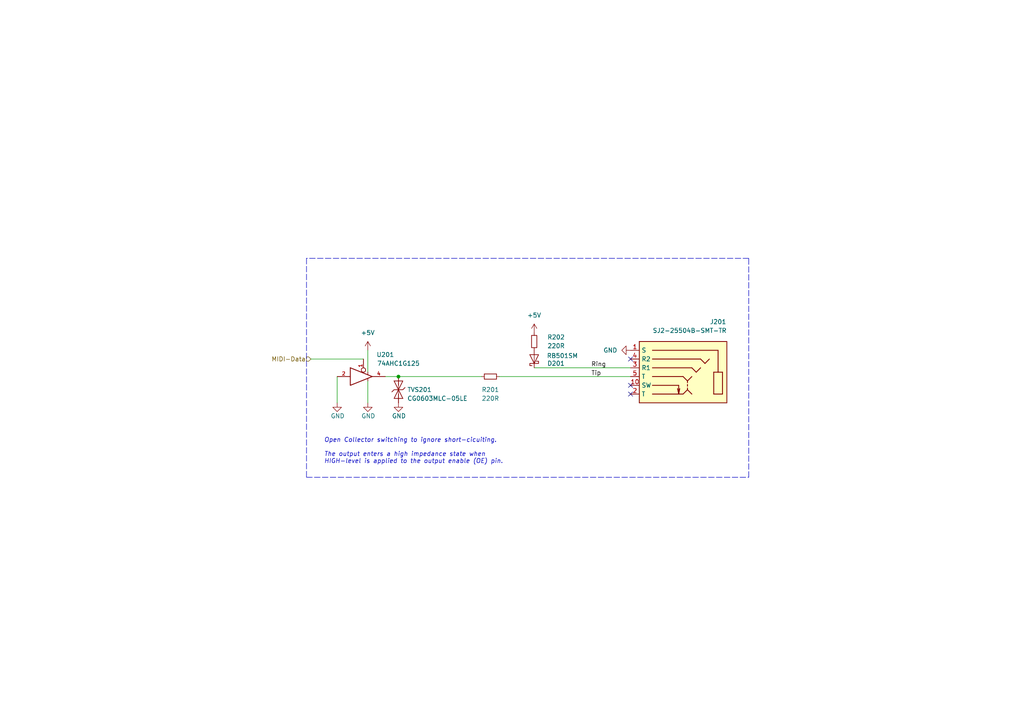
<source format=kicad_sch>
(kicad_sch (version 20230121) (generator eeschema)
  (paper "A4")
  (title_block (title "MIDI Out") (date "2024-01-03") (rev "1"))
  (lib_symbols
    (symbol "Device:R_Small" (pin_numbers hide) (pin_names (offset 0.254) hide)
      (property "Reference" "R" (at 0.762 0.508 0))
      (property "Value" "R_Small" (at 0.762 -1.016 0))
      (symbol "R_Small_0_1"
        (rectangle (start -0.762 1.778) (end 0.762 -1.778) (stroke (width 0.2032)))
      )
      (symbol "R_Small_1_1"
        (pin passive line (at 0 2.54 270) (length 0.762) (name "~") (number "1"))
        (pin passive line (at 0 -2.54 90) (length 0.762) (name "~") (number "2"))
      )
    )
    (symbol "V2_74xGxx:74AHC1G125" (pin_names (offset 1.016))
      (property "Reference" "U" (at -8.89 -3.81 0))
      (property "Value" "74AHC1G125" (at -3.81 -6.35 0))
      (symbol "74AHC1G125_0_1"
        (polyline (pts (xy -3.81 2.54) (xy -3.81 -2.54) (xy 2.54 0) (xy -3.81 2.54)) (stroke (width 0.254)))
      )
      (symbol "74AHC1G125_1_1"
        (pin input inverted (at 0 5.08 270) (length 3.81) (name "") (number "1"))
        (pin input line (at -7.62 0 0) (length 3.81) (name "") (number "2"))
        (pin power_in line (at 1.27 -1.27 90) (length 0.635) (name "") (number "3"))
        (pin tri_state line (at 6.35 0 180) (length 3.81) (name "") (number "4"))
        (pin power_in line (at 1.27 1.27 270) (length 0.635) (name "") (number "5"))
      )
    )
    (symbol "V2_Connector_Audio:SJ2-25504B-SMT-TR" (pin_names (offset 0.635))
      (property "Reference" "J" (at -12.4714 13.2334 0))
      (property "Value" "SJ2-25504B-SMT-TR" (at -12.7254 10.7696 0))
      (symbol "SJ2-25504B-SMT-TR_0_0"
        (rectangle (start -12.7 8.89) (end 12.7 -8.89) (stroke (width 0.254)) (fill (type background)))
        (polyline (pts (xy -8.89 -6.35) (xy -1.27 -6.35)) (stroke (width 0.254)))
        (polyline (pts (xy -8.89 -1.27) (xy 0 -1.27)) (stroke (width 0.254)))
        (polyline (pts (xy -8.89 3.81) (xy 5.08 3.81)) (stroke (width 0.254)))
        (polyline (pts (xy -1.27 -6.35) (xy -1.6002 -4.7752)) (stroke (width 0.254)))
        (polyline (pts (xy -1.27 -6.35) (xy -1.27 -3.81)) (stroke (width 0.254)))
        (polyline (pts (xy -1.27 -6.35) (xy -0.9652 -4.7752)) (stroke (width 0.254)))
        (polyline (pts (xy -1.27 -3.81) (xy -8.89 -3.81)) (stroke (width 0.254)))
        (polyline (pts (xy 0 -6.35) (xy -1.27 -6.35)) (stroke (width 0.254)))
        (polyline (pts (xy 0 -1.27) (xy 1.27 -2.54)) (stroke (width 0.254)))
        (polyline (pts (xy 1.27 -5.08) (xy 0 -6.35)) (stroke (width 0.254)))
        (polyline (pts (xy 1.27 -4.572) (xy 1.27 -5.08)) (stroke (width 0.254)))
        (polyline (pts (xy 1.27 -4.064) (xy 1.27 -3.556)) (stroke (width 0.254)))
        (polyline (pts (xy 1.27 -2.54) (xy 1.27 -3.048)) (stroke (width 0.254)))
        (polyline (pts (xy 1.27 -2.54) (xy 2.54 -1.27)) (stroke (width 0.254)))
        (polyline (pts (xy 2.54 -6.35) (xy 1.27 -5.08)) (stroke (width 0.254)))
        (polyline (pts (xy 2.54 1.27) (xy -8.89 1.27)) (stroke (width 0.254)))
        (polyline (pts (xy 2.54 1.27) (xy 3.81 0)) (stroke (width 0.254)))
        (polyline (pts (xy 3.81 0) (xy 5.08 1.27)) (stroke (width 0.254)))
        (polyline (pts (xy 6.35 2.54) (xy 5.08 3.81)) (stroke (width 0.254)))
        (polyline (pts (xy 7.62 3.81) (xy 6.35 2.54)) (stroke (width 0.254)))
        (polyline (pts (xy 8.89 -6.35) (xy 11.43 -6.35)) (stroke (width 0.254)))
        (polyline (pts (xy 8.89 0) (xy 8.89 -6.35)) (stroke (width 0.254)))
        (polyline (pts (xy 10.16 0) (xy 8.89 0)) (stroke (width 0.254)))
        (polyline (pts (xy 10.16 0) (xy 10.16 6.35)) (stroke (width 0.254)))
        (polyline (pts (xy 10.16 6.35) (xy -8.89 6.35)) (stroke (width 0.254)))
        (polyline (pts (xy 11.43 -6.35) (xy 11.43 0)) (stroke (width 0.254)))
        (polyline (pts (xy 11.43 0) (xy 10.16 0)) (stroke (width 0.254)))
        (pin passive line (at -15.24 6.35 0) (length 2.54) (name "S") (number "1"))
        (pin passive line (at -15.24 -3.81 0) (length 2.54) (name "SW") (number "10"))
        (pin passive line (at -15.24 -6.35 0) (length 2.54) (name "T") (number "2"))
        (pin passive line (at -15.24 1.27 0) (length 2.54) (name "R1") (number "3"))
        (pin passive line (at -15.24 3.81 0) (length 2.54) (name "R2") (number "4"))
        (pin passive line (at -15.24 -1.27 0) (length 2.54) (name "T") (number "5"))
      )
    )
    (symbol "V2_Diode:CG0603MLC-05LE" (pin_numbers hide) (pin_names hide)
      (property "Reference" "TVS" (at -1.27 3.81 0))
      (property "Value" "CG0603MLC-05LE" (at 0 -3.81 0))
      (symbol "CG0603MLC-05LE_0_1"
        (polyline (pts (xy 1.27 0) (xy -1.27 0)))
        (polyline (pts (xy -2.54 -1.27) (xy -2.54 1.27) (xy 0 0) (xy -2.54 -1.27)) (stroke (width 0.2032)))
        (polyline (pts (xy 2.54 1.27) (xy 2.54 -1.27) (xy 0 0) (xy 2.54 1.27)) (stroke (width 0.2032)))
        (polyline (pts (xy 0 1.27) (xy -0.635 1.905) (xy 0 1.27) (xy 0 -1.27) (xy 0.635 -1.905) (xy 0 -1.27)) (stroke (width 0.2032)))
      )
      (symbol "CG0603MLC-05LE_1_1"
        (pin passive line (at -3.81 0 0) (length 2.54) (name "K") (number "1"))
        (pin passive line (at 3.81 0 180) (length 2.54) (name "A") (number "2"))
      )
    )
    (symbol "V2_Diode:RB501SM" (pin_numbers hide) (pin_names hide)
      (property "Reference" "D" (at 0 2.54 0))
      (property "Value" "RB501SM" (at 0 -3.81 0))
      (symbol "RB501SM_0_1"
        (polyline (pts (xy 1.27 0) (xy -1.27 0)))
        (polyline (pts (xy 1.27 1.27) (xy 1.27 -1.27) (xy -1.27 0) (xy 1.27 1.27)) (stroke (width 0.2032)))
        (polyline (pts (xy -1.905 0.635) (xy -1.905 1.27) (xy -1.27 1.27) (xy -1.27 -1.27) (xy -0.635 -1.27) (xy -0.635 -0.635)) (stroke (width 0.2032)))
      )
      (symbol "RB501SM_1_1"
        (pin passive line (at -2.54 0 0) (length 1.27) (name "K") (number "1"))
        (pin passive line (at 2.54 0 180) (length 1.27) (name "A") (number "2"))
      )
    )
    (symbol "power:+5V" (power) (pin_names (offset 0))
      (property "Value" "+5V" (at 0 3.556 0))
      (symbol "+5V_0_1"
        (polyline (pts (xy -0.762 1.27) (xy 0 2.54)))
        (polyline (pts (xy 0 0) (xy 0 2.54)))
        (polyline (pts (xy 0 2.54) (xy 0.762 1.27)))
      )
      (symbol "+5V_1_1"
        (pin power_in line (at 0 0 90) (length 0) hide (name "+5V") (number "1"))
      )
    )
    (symbol "power:GND" (power) (pin_names (offset 0))
      (property "Value" "GND" (at 0 -3.81 0))
      (symbol "GND_0_1"
        (polyline (pts (xy 0 0) (xy 0 -1.27) (xy 1.27 -1.27) (xy 0 -2.54) (xy -1.27 -1.27) (xy 0 -1.27)))
      )
      (symbol "GND_1_1"
        (pin power_in line (at 0 0 270) (length 0) hide (name "GND") (number "1"))
      )
    )
  )
  (junction (at 115.57 109.22))
  (no_connect (at 182.88 111.76))
  (no_connect (at 182.88 104.14))
  (no_connect (at 182.88 114.3))
  (wire (pts (xy 90.17 104.14) (xy 105.41 104.14)))
  (wire (pts (xy 154.94 106.68) (xy 182.88 106.68)))
  (polyline (pts (xy 217.17 74.93) (xy 88.9 74.93)) (stroke (width 0) (type dash)))
  (wire (pts (xy 111.76 109.22) (xy 115.57 109.22)))
  (wire (pts (xy 115.57 109.22) (xy 139.7 109.22)))
  (wire (pts (xy 97.79 109.22) (xy 97.79 116.84)))
  (wire (pts (xy 106.68 110.49) (xy 106.68 116.84)))
  (wire (pts (xy 106.68 101.6) (xy 106.68 107.95)))
  (wire (pts (xy 144.78 109.22) (xy 182.88 109.22)))
  (polyline (pts (xy 217.17 138.43) (xy 217.17 74.93)) (stroke (width 0) (type dash)))
  (polyline (pts (xy 88.9 138.43) (xy 217.17 138.43)) (stroke (width 0) (type dash)))
  (polyline (pts (xy 88.9 74.93) (xy 88.9 138.43)) (stroke (width 0) (type dash)))
  (text "﻿Open Collector switching to ignore short-cicuiting.\n\nThe output enters a high impedance state when \nHIGH-level is applied to the output enable (OE) pin." (at 93.98 134.62 0) (effects (font (size 1.27 1.27) italic) (justify left bottom)))
  (label "Ring" (at 171.45 106.68 0))
  (label "Tip" (at 171.45 109.22 0))
  (hierarchical_label "MIDI-Data" (shape input) (at 90.17 104.14 180))
  (symbol (lib_id "power:GND") (at 97.79 116.84 0) (unit 1)
    (property "Reference" "#PWR0203" (effects hide))
    (property "Value" "GND" (at 95.885 120.6499 0) (effects (justify left)))
  )
  (symbol (lib_id "power:GND") (at 115.57 116.84 0) (unit 1)
    (property "Reference" "#PWR0201" (effects hide))
    (property "Value" "GND" (at 113.665 120.6499 0) (effects (justify left)))
  )
  (symbol (lib_id "Device:R_Small") (at 142.24 109.22 90) (unit 1)
    (property "Reference" "R201" (at 142.24 113.03 90))
    (property "Value" "220R" (at 142.24 115.57 90))
    (property "Footprint" "Resistor_SMD:R_0603_1608Metric" (effects hide))
  )
  (symbol (lib_id "power:+5V") (at 106.68 101.6 0) (unit 1)
    (property "Reference" "#PWR0206" (effects hide))
    (property "Value" "+5V" (at 106.68 96.52 0))
  )
  (symbol (lib_id "Device:R_Small") (at 154.94 99.06 180) (unit 1)
    (property "Reference" "R202" (at 161.29 97.79 0))
    (property "Value" "220R" (at 161.29 100.33 0))
    (property "Footprint" "Resistor_SMD:R_0603_1608Metric" (effects hide))
  )
  (symbol (lib_id "power:GND") (at 182.88 101.6 270) (unit 1)
    (property "Reference" "#PWR0202" (effects hide))
    (property "Value" "GND" (at 179.07 101.6 90) (effects (justify right)))
  )
  (symbol (lib_id "power:GND") (at 106.68 116.84 0) (unit 1)
    (property "Reference" "#PWR0205" (effects hide))
    (property "Value" "GND" (at 104.775 120.6499 0) (effects (justify left)))
  )
  (symbol (lib_id "V2_Diode:RB501SM") (at 154.94 104.14 90) (unit 1)
    (property "Reference" "D201" (at 163.83 105.41 90) (effects (justify left)))
    (property "Value" "RB501SM" (at 167.64 103.1876 90) (effects (justify left)))
    (property "Footprint" "Diode_SMD:D_SOD-523" (effects hide))
  )
  (symbol (lib_id "V2_74xGxx:74AHC1G125") (at 105.41 109.22 0) (unit 1)
    (property "Reference" "U201" (at 111.76 102.87 0))
    (property "Value" "74AHC1G125" (at 115.57 105.41 0))
    (property "Footprint" "Package_TO_SOT_SMD:SOT-23-5" (effects hide))
    (property "Datasheet" "http://www.ti.com/lit/sg/scyt129e/scyt129e.pdf" (effects hide))
  )
  (symbol (lib_id "V2_Connector_Audio:SJ2-25504B-SMT-TR") (at 198.12 107.95 0) (unit 1)
    (property "Reference" "J201" (at 208.28 93.345 0))
    (property "Value" "SJ2-25504B-SMT-TR" (at 200.025 95.885 0))
    (property "Footprint" "V2_Connector_Audio:CUI_SJ2-25504B-SMT-TR" (effects hide))
    (property "Sim.Enable" "0" (effects hide))
  )
  (symbol (lib_id "power:+5V") (at 154.94 96.52 0) (unit 1)
    (property "Reference" "#PWR0207" (effects hide))
    (property "Value" "+5V" (at 154.94 91.44 0))
  )
  (symbol (lib_id "V2_Diode:CG0603MLC-05LE") (at 115.57 113.03 90) (unit 1)
    (property "Reference" "TVS201" (at 118.11 113.03 90) (effects (justify right)))
    (property "Value" "CG0603MLC-05LE" (at 118.11 115.57 90) (effects (justify right)))
    (property "Footprint" "Diode_SMD:D_0603_1608Metric" (effects hide))
  )
)
</source>
